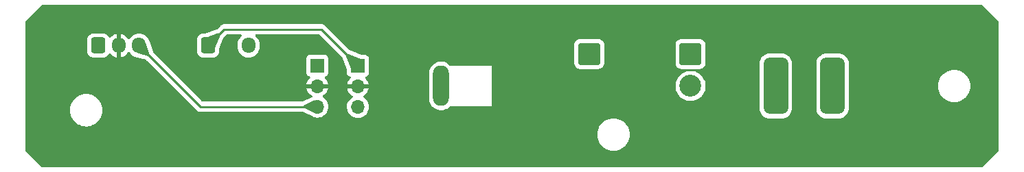
<source format=gbr>
%TF.GenerationSoftware,KiCad,Pcbnew,7.0.2*%
%TF.CreationDate,2023-05-14T11:04:53+02:00*%
%TF.ProjectId,Other-power,4f746865-722d-4706-9f77-65722e6b6963,rev?*%
%TF.SameCoordinates,Original*%
%TF.FileFunction,Copper,L2,Bot*%
%TF.FilePolarity,Positive*%
%FSLAX46Y46*%
G04 Gerber Fmt 4.6, Leading zero omitted, Abs format (unit mm)*
G04 Created by KiCad (PCBNEW 7.0.2) date 2023-05-14 11:04:53*
%MOMM*%
%LPD*%
G01*
G04 APERTURE LIST*
G04 Aperture macros list*
%AMRoundRect*
0 Rectangle with rounded corners*
0 $1 Rounding radius*
0 $2 $3 $4 $5 $6 $7 $8 $9 X,Y pos of 4 corners*
0 Add a 4 corners polygon primitive as box body*
4,1,4,$2,$3,$4,$5,$6,$7,$8,$9,$2,$3,0*
0 Add four circle primitives for the rounded corners*
1,1,$1+$1,$2,$3*
1,1,$1+$1,$4,$5*
1,1,$1+$1,$6,$7*
1,1,$1+$1,$8,$9*
0 Add four rect primitives between the rounded corners*
20,1,$1+$1,$2,$3,$4,$5,0*
20,1,$1+$1,$4,$5,$6,$7,0*
20,1,$1+$1,$6,$7,$8,$9,0*
20,1,$1+$1,$8,$9,$2,$3,0*%
G04 Aperture macros list end*
%TA.AperFunction,ComponentPad*%
%ADD10R,1.700000X1.700000*%
%TD*%
%TA.AperFunction,ComponentPad*%
%ADD11O,1.700000X1.700000*%
%TD*%
%TA.AperFunction,ComponentPad*%
%ADD12RoundRect,0.250001X-1.099999X1.099999X-1.099999X-1.099999X1.099999X-1.099999X1.099999X1.099999X0*%
%TD*%
%TA.AperFunction,ComponentPad*%
%ADD13C,2.700000*%
%TD*%
%TA.AperFunction,ComponentPad*%
%ADD14RoundRect,0.750000X-0.750000X-2.750000X0.750000X-2.750000X0.750000X2.750000X-0.750000X2.750000X0*%
%TD*%
%TA.AperFunction,ComponentPad*%
%ADD15RoundRect,0.250000X-0.600000X-0.725000X0.600000X-0.725000X0.600000X0.725000X-0.600000X0.725000X0*%
%TD*%
%TA.AperFunction,ComponentPad*%
%ADD16O,1.700000X1.950000*%
%TD*%
%TA.AperFunction,ComponentPad*%
%ADD17O,2.000000X5.000000*%
%TD*%
%TA.AperFunction,ComponentPad*%
%ADD18O,5.000000X2.000000*%
%TD*%
%TA.AperFunction,Conductor*%
%ADD19C,0.250000*%
%TD*%
G04 APERTURE END LIST*
D10*
%TO.P,J7,1,Pin_1*%
%TO.N,Net-(J6-Pin_1)*%
X111500000Y-57475000D03*
D11*
%TO.P,J7,2,Pin_2*%
%TO.N,GND*%
X111500000Y-60015000D03*
%TO.P,J7,3,Pin_3*%
%TO.N,Net-(J6-Pin_3)*%
X111500000Y-62555000D03*
%TD*%
D12*
%TO.P,J1,1,Pin_1*%
%TO.N,Net-(J1-Pin_1)*%
X157500000Y-56040000D03*
D13*
%TO.P,J1,2,Pin_2*%
%TO.N,Net-(J1-Pin_2)*%
X157500000Y-60000000D03*
%TD*%
D12*
%TO.P,J2,1,Pin_1*%
%TO.N,Net-(J2-Pin_1)*%
X145000000Y-56040000D03*
D13*
%TO.P,J2,2,Pin_2*%
%TO.N,GND*%
X145000000Y-60000000D03*
%TD*%
D14*
%TO.P,SW1,1,A*%
%TO.N,Net-(J1-Pin_1)*%
X168000000Y-60000000D03*
%TO.P,SW1,2,B*%
%TO.N,Net-(J1-Pin_2)*%
X175000000Y-60000000D03*
%TD*%
D15*
%TO.P,J4,1,Pin_1*%
%TO.N,Net-(J4-Pin_1)*%
X98000000Y-55000000D03*
D16*
%TO.P,J4,2,Pin_2*%
%TO.N,GND*%
X100500000Y-55000000D03*
%TO.P,J4,3,Pin_3*%
%TO.N,Net-(J4-Pin_3)*%
X103000000Y-55000000D03*
%TD*%
D15*
%TO.P,J6,1,Pin_1*%
%TO.N,Net-(J6-Pin_1)*%
X84500000Y-55000000D03*
D16*
%TO.P,J6,2,Pin_2*%
%TO.N,GND*%
X87000000Y-55000000D03*
%TO.P,J6,3,Pin_3*%
%TO.N,Net-(J6-Pin_3)*%
X89500000Y-55000000D03*
%TD*%
D10*
%TO.P,J5,1,Pin_1*%
%TO.N,Net-(J4-Pin_1)*%
X116500000Y-57500000D03*
D11*
%TO.P,J5,2,Pin_2*%
%TO.N,GND*%
X116500000Y-60040000D03*
%TO.P,J5,3,Pin_3*%
%TO.N,Net-(J4-Pin_3)*%
X116500000Y-62580000D03*
%TD*%
D17*
%TO.P,J8,1*%
%TO.N,Net-(J2-Pin_1)*%
X126750000Y-60000000D03*
D18*
%TO.P,J8,2*%
%TO.N,GND*%
X130500000Y-56250000D03*
D17*
%TO.P,J8,MP,MountPin*%
X134250000Y-60000000D03*
%TD*%
D19*
%TO.N,Net-(J4-Pin_1)*%
X112000000Y-53000000D02*
X116500000Y-57500000D01*
X98000000Y-55000000D02*
X100000000Y-53000000D01*
X100000000Y-53000000D02*
X112000000Y-53000000D01*
%TO.N,Net-(J6-Pin_3)*%
X97055000Y-62555000D02*
X111500000Y-62555000D01*
X89500000Y-55000000D02*
X97055000Y-62555000D01*
%TD*%
%TA.AperFunction,Conductor*%
%TO.N,Net-(J4-Pin_1)*%
G36*
X115144517Y-55963453D02*
G01*
X116841124Y-56645594D01*
X116847521Y-56651859D01*
X116847614Y-56660814D01*
X116847573Y-56660916D01*
X116502562Y-57496215D01*
X116496236Y-57502553D01*
X116496215Y-57502562D01*
X115660916Y-57847572D01*
X115651961Y-57847563D01*
X115645635Y-57841225D01*
X115645594Y-57841123D01*
X114963454Y-56144518D01*
X114963547Y-56135565D01*
X114966033Y-56131885D01*
X115131883Y-55966035D01*
X115140155Y-55962609D01*
X115144517Y-55963453D01*
G37*
%TD.AperFunction*%
%TD*%
%TA.AperFunction,Conductor*%
%TO.N,Net-(J4-Pin_1)*%
G36*
X99341518Y-53486654D02*
G01*
X99344673Y-53488902D01*
X99510849Y-53655078D01*
X99514276Y-53663351D01*
X99513462Y-53667639D01*
X98854359Y-55341014D01*
X98848139Y-55347455D01*
X98839185Y-55347612D01*
X98839006Y-55347540D01*
X98004861Y-55003006D01*
X97998523Y-54996680D01*
X97997931Y-54994836D01*
X97775299Y-54035262D01*
X97776767Y-54026429D01*
X97782873Y-54021560D01*
X99332579Y-53486116D01*
X99341518Y-53486654D01*
G37*
%TD.AperFunction*%
%TD*%
%TA.AperFunction,Conductor*%
%TO.N,Net-(J6-Pin_3)*%
G36*
X111179199Y-61780530D02*
G01*
X111179457Y-61781107D01*
X111499134Y-62550511D01*
X111499143Y-62559466D01*
X111499134Y-62559489D01*
X111179457Y-63328892D01*
X111173118Y-63335217D01*
X111164163Y-63335208D01*
X111163586Y-63334950D01*
X109806634Y-62683186D01*
X109800661Y-62676515D01*
X109800000Y-62672639D01*
X109800000Y-62437360D01*
X109803427Y-62429087D01*
X109806631Y-62426814D01*
X111163586Y-61775048D01*
X111172528Y-61774557D01*
X111179199Y-61780530D01*
G37*
%TD.AperFunction*%
%TD*%
%TA.AperFunction,Conductor*%
%TO.N,Net-(J6-Pin_3)*%
G36*
X90297395Y-54602744D02*
G01*
X90298036Y-54604243D01*
X90838127Y-56156831D01*
X90837609Y-56165771D01*
X90835350Y-56168948D01*
X90668658Y-56335640D01*
X90660385Y-56339067D01*
X90657110Y-56338599D01*
X89227931Y-55921938D01*
X89220948Y-55916333D01*
X89219974Y-55907431D01*
X89220004Y-55907328D01*
X89497843Y-55004006D01*
X89503550Y-54997108D01*
X89503582Y-54997091D01*
X90281644Y-54597677D01*
X90290568Y-54596949D01*
X90297395Y-54602744D01*
G37*
%TD.AperFunction*%
%TD*%
%TA.AperFunction,Conductor*%
%TO.N,GND*%
G36*
X193515469Y-50020185D02*
G01*
X193536111Y-50036819D01*
X195463181Y-51963888D01*
X195496666Y-52025211D01*
X195499500Y-52051569D01*
X195499500Y-67948430D01*
X195479815Y-68015469D01*
X195463181Y-68036111D01*
X193536111Y-69963181D01*
X193474788Y-69996666D01*
X193448430Y-69999500D01*
X77551569Y-69999500D01*
X77484530Y-69979815D01*
X77463888Y-69963181D01*
X75536819Y-68036111D01*
X75503334Y-67974788D01*
X75500500Y-67948430D01*
X75500500Y-66000000D01*
X145994389Y-66000000D01*
X146014804Y-66285429D01*
X146075629Y-66565041D01*
X146175634Y-66833163D01*
X146312772Y-67084313D01*
X146398517Y-67198854D01*
X146484261Y-67313395D01*
X146686605Y-67515739D01*
X146858415Y-67644354D01*
X146915686Y-67687227D01*
X147055435Y-67763535D01*
X147166839Y-67824367D01*
X147434954Y-67924369D01*
X147434957Y-67924369D01*
X147434958Y-67924370D01*
X147487217Y-67935738D01*
X147714572Y-67985196D01*
X148000000Y-68005610D01*
X148285428Y-67985196D01*
X148565046Y-67924369D01*
X148833161Y-67824367D01*
X149084315Y-67687226D01*
X149313395Y-67515739D01*
X149515739Y-67313395D01*
X149687226Y-67084315D01*
X149824367Y-66833161D01*
X149924369Y-66565046D01*
X149985196Y-66285428D01*
X150005610Y-66000000D01*
X149985196Y-65714572D01*
X149924369Y-65434954D01*
X149824367Y-65166839D01*
X149725182Y-64985196D01*
X149687227Y-64915686D01*
X149618865Y-64824365D01*
X149515739Y-64686605D01*
X149313395Y-64484261D01*
X149198855Y-64398517D01*
X149084313Y-64312772D01*
X148833163Y-64175634D01*
X148833162Y-64175633D01*
X148833161Y-64175633D01*
X148588329Y-64084315D01*
X148565041Y-64075629D01*
X148285429Y-64014804D01*
X148000000Y-63994389D01*
X147714570Y-64014804D01*
X147434958Y-64075629D01*
X147166836Y-64175634D01*
X146915686Y-64312772D01*
X146686602Y-64484263D01*
X146484263Y-64686602D01*
X146312772Y-64915686D01*
X146175634Y-65166836D01*
X146075629Y-65434958D01*
X146014804Y-65714570D01*
X145994389Y-66000000D01*
X75500500Y-66000000D01*
X75500500Y-63000000D01*
X80994389Y-63000000D01*
X81014804Y-63285429D01*
X81075629Y-63565041D01*
X81110347Y-63658123D01*
X81174044Y-63828902D01*
X81175634Y-63833163D01*
X81312772Y-64084313D01*
X81381134Y-64175633D01*
X81484261Y-64313395D01*
X81686605Y-64515739D01*
X81858414Y-64644354D01*
X81915686Y-64687227D01*
X82055435Y-64763535D01*
X82166839Y-64824367D01*
X82434954Y-64924369D01*
X82434957Y-64924369D01*
X82434958Y-64924370D01*
X82487217Y-64935738D01*
X82714572Y-64985196D01*
X83000000Y-65005610D01*
X83285428Y-64985196D01*
X83565046Y-64924369D01*
X83833161Y-64824367D01*
X84084315Y-64687226D01*
X84313395Y-64515739D01*
X84515739Y-64313395D01*
X84687226Y-64084315D01*
X84824367Y-63833161D01*
X84924369Y-63565046D01*
X84985196Y-63285428D01*
X85005610Y-63000000D01*
X84985196Y-62714572D01*
X84924369Y-62434954D01*
X84824367Y-62166839D01*
X84725182Y-61985196D01*
X84687227Y-61915686D01*
X84618865Y-61824365D01*
X84515739Y-61686605D01*
X84313395Y-61484261D01*
X84142983Y-61356692D01*
X84084313Y-61312772D01*
X83833163Y-61175634D01*
X83833162Y-61175633D01*
X83833161Y-61175633D01*
X83588329Y-61084315D01*
X83565041Y-61075629D01*
X83285429Y-61014804D01*
X83000000Y-60994389D01*
X82714570Y-61014804D01*
X82434958Y-61075629D01*
X82166836Y-61175634D01*
X81915686Y-61312772D01*
X81686602Y-61484263D01*
X81484263Y-61686602D01*
X81312772Y-61915686D01*
X81175634Y-62166836D01*
X81075629Y-62434958D01*
X81014804Y-62714570D01*
X80994389Y-63000000D01*
X75500500Y-63000000D01*
X75500500Y-55771878D01*
X83149500Y-55771878D01*
X83149501Y-55775008D01*
X83149820Y-55778140D01*
X83149821Y-55778141D01*
X83160000Y-55877796D01*
X83215186Y-56044334D01*
X83307288Y-56193657D01*
X83431342Y-56317711D01*
X83431344Y-56317712D01*
X83580666Y-56409814D01*
X83687891Y-56445345D01*
X83747202Y-56464999D01*
X83846858Y-56475180D01*
X83846859Y-56475180D01*
X83849991Y-56475500D01*
X85150008Y-56475499D01*
X85252797Y-56464999D01*
X85419334Y-56409814D01*
X85568656Y-56317712D01*
X85692712Y-56193656D01*
X85784814Y-56044334D01*
X85784814Y-56044331D01*
X85788448Y-56038441D01*
X85840395Y-55991716D01*
X85909358Y-55980493D01*
X85973440Y-56008336D01*
X85981668Y-56015856D01*
X86128918Y-56163106D01*
X86322423Y-56298600D01*
X86536509Y-56398430D01*
X86750000Y-56455634D01*
X86750000Y-55408018D01*
X86864801Y-55460446D01*
X86966025Y-55475000D01*
X87033975Y-55475000D01*
X87135199Y-55460446D01*
X87250000Y-55408018D01*
X87250000Y-56455633D01*
X87463490Y-56398430D01*
X87677578Y-56298599D01*
X87871078Y-56163109D01*
X88038109Y-55996078D01*
X88148119Y-55838968D01*
X88202696Y-55795343D01*
X88272194Y-55788149D01*
X88334549Y-55819672D01*
X88351268Y-55838966D01*
X88461505Y-55996401D01*
X88628599Y-56163495D01*
X88822170Y-56299035D01*
X89036337Y-56398903D01*
X89264592Y-56460063D01*
X89264598Y-56460063D01*
X89274326Y-56462670D01*
X89280690Y-56463863D01*
X90377393Y-56783595D01*
X90430367Y-56814958D01*
X96554196Y-62938787D01*
X96567096Y-62954888D01*
X96618223Y-63002900D01*
X96621020Y-63005611D01*
X96640529Y-63025120D01*
X96643709Y-63027587D01*
X96652571Y-63035155D01*
X96684418Y-63065062D01*
X96701970Y-63074711D01*
X96718238Y-63085397D01*
X96734064Y-63097673D01*
X96774146Y-63115017D01*
X96784633Y-63120155D01*
X96822907Y-63141197D01*
X96831410Y-63143379D01*
X96842308Y-63146178D01*
X96860713Y-63152478D01*
X96879104Y-63160437D01*
X96922250Y-63167270D01*
X96933668Y-63169635D01*
X96975981Y-63180500D01*
X96996016Y-63180500D01*
X97015415Y-63182027D01*
X97035196Y-63185160D01*
X97078674Y-63181050D01*
X97090344Y-63180500D01*
X109646251Y-63180500D01*
X109699938Y-63192725D01*
X110944724Y-63790614D01*
X110956301Y-63795982D01*
X110956312Y-63795986D01*
X110957245Y-63796419D01*
X110957822Y-63796677D01*
X110959766Y-63797394D01*
X110959770Y-63797396D01*
X110998099Y-63811540D01*
X111007558Y-63815483D01*
X111036337Y-63828903D01*
X111264592Y-63890063D01*
X111499999Y-63910659D01*
X111499999Y-63910658D01*
X111500000Y-63910659D01*
X111735408Y-63890063D01*
X111963663Y-63828903D01*
X112177830Y-63729035D01*
X112371401Y-63593495D01*
X112538495Y-63426401D01*
X112674035Y-63232830D01*
X112773903Y-63018663D01*
X112835063Y-62790408D01*
X112855659Y-62555000D01*
X112835063Y-62319592D01*
X112773903Y-62091337D01*
X112674035Y-61877171D01*
X112538495Y-61683599D01*
X112371401Y-61516505D01*
X112185402Y-61386267D01*
X112141780Y-61331692D01*
X112134587Y-61262193D01*
X112166109Y-61199839D01*
X112185405Y-61183119D01*
X112371078Y-61053109D01*
X112538106Y-60886081D01*
X112673600Y-60692576D01*
X112773430Y-60478492D01*
X112830636Y-60265000D01*
X111933686Y-60265000D01*
X111959493Y-60224844D01*
X112000000Y-60086889D01*
X112000000Y-59943111D01*
X111959493Y-59805156D01*
X111933686Y-59765000D01*
X112830636Y-59765000D01*
X112830635Y-59764999D01*
X112773430Y-59551507D01*
X112673599Y-59337421D01*
X112538109Y-59143921D01*
X112416053Y-59021865D01*
X112382568Y-58960542D01*
X112387552Y-58890850D01*
X112429424Y-58834917D01*
X112460397Y-58818004D01*
X112592331Y-58768796D01*
X112707546Y-58682546D01*
X112793796Y-58567331D01*
X112844091Y-58432483D01*
X112850500Y-58372873D01*
X112850499Y-56577128D01*
X112844091Y-56517517D01*
X112793796Y-56382669D01*
X112707546Y-56267454D01*
X112592331Y-56181204D01*
X112457483Y-56130909D01*
X112397873Y-56124500D01*
X112394550Y-56124500D01*
X110605439Y-56124500D01*
X110605420Y-56124500D01*
X110602128Y-56124501D01*
X110598848Y-56124853D01*
X110598840Y-56124854D01*
X110542515Y-56130909D01*
X110407669Y-56181204D01*
X110292454Y-56267454D01*
X110206204Y-56382668D01*
X110155910Y-56517515D01*
X110155909Y-56517517D01*
X110149500Y-56577127D01*
X110149500Y-56580448D01*
X110149500Y-56580449D01*
X110149500Y-58369560D01*
X110149500Y-58369578D01*
X110149501Y-58372872D01*
X110149853Y-58376152D01*
X110149854Y-58376159D01*
X110155909Y-58432484D01*
X110158900Y-58440503D01*
X110206204Y-58567331D01*
X110292454Y-58682546D01*
X110407669Y-58768796D01*
X110539598Y-58818002D01*
X110595532Y-58859873D01*
X110619949Y-58925337D01*
X110605097Y-58993610D01*
X110583947Y-59021865D01*
X110461888Y-59143924D01*
X110326400Y-59337421D01*
X110226569Y-59551507D01*
X110169364Y-59764999D01*
X110169364Y-59765000D01*
X111066314Y-59765000D01*
X111040507Y-59805156D01*
X111000000Y-59943111D01*
X111000000Y-60086889D01*
X111040507Y-60224844D01*
X111066314Y-60265000D01*
X110169364Y-60265000D01*
X110226569Y-60478492D01*
X110326399Y-60692576D01*
X110461893Y-60886081D01*
X110628918Y-61053106D01*
X110809336Y-61179437D01*
X110852961Y-61234014D01*
X110860153Y-61303513D01*
X110828631Y-61365867D01*
X110791899Y-61392787D01*
X109699935Y-61917275D01*
X109646248Y-61929500D01*
X97365453Y-61929500D01*
X97298414Y-61909815D01*
X97277772Y-61893181D01*
X91303776Y-55919185D01*
X91274341Y-55872245D01*
X91250194Y-55802829D01*
X91239427Y-55771878D01*
X96649500Y-55771878D01*
X96649501Y-55775008D01*
X96649820Y-55778140D01*
X96649821Y-55778141D01*
X96660000Y-55877796D01*
X96715186Y-56044334D01*
X96807288Y-56193657D01*
X96931342Y-56317711D01*
X96931344Y-56317712D01*
X97080666Y-56409814D01*
X97187891Y-56445345D01*
X97247202Y-56464999D01*
X97346858Y-56475180D01*
X97346859Y-56475180D01*
X97349991Y-56475500D01*
X98650008Y-56475499D01*
X98752797Y-56464999D01*
X98919334Y-56409814D01*
X99068656Y-56317712D01*
X99192712Y-56193656D01*
X99284814Y-56044334D01*
X99339999Y-55877797D01*
X99350500Y-55775009D01*
X99350499Y-55484280D01*
X99359126Y-55438838D01*
X99576538Y-54886859D01*
X99943212Y-53955921D01*
X99970899Y-53913690D01*
X100222773Y-53661816D01*
X100284095Y-53628334D01*
X100310453Y-53625500D01*
X102040242Y-53625500D01*
X102107281Y-53645185D01*
X102153036Y-53697989D01*
X102162980Y-53767147D01*
X102133955Y-53830703D01*
X102127923Y-53837181D01*
X101961505Y-54003598D01*
X101825965Y-54197170D01*
X101726097Y-54411336D01*
X101664936Y-54639592D01*
X101652022Y-54787203D01*
X101649500Y-54816034D01*
X101649500Y-55183966D01*
X101649735Y-55186659D01*
X101649736Y-55186667D01*
X101664936Y-55360407D01*
X101711661Y-55534786D01*
X101726097Y-55588663D01*
X101825965Y-55802829D01*
X101961505Y-55996401D01*
X102128599Y-56163495D01*
X102322170Y-56299035D01*
X102536337Y-56398903D01*
X102764592Y-56460063D01*
X103000000Y-56480659D01*
X103235408Y-56460063D01*
X103463663Y-56398903D01*
X103677829Y-56299035D01*
X103871401Y-56163495D01*
X104038495Y-55996401D01*
X104174035Y-55802829D01*
X104273903Y-55588663D01*
X104335063Y-55360408D01*
X104350500Y-55183966D01*
X104350500Y-54816034D01*
X104335063Y-54639592D01*
X104273903Y-54411337D01*
X104174035Y-54197171D01*
X104038495Y-54003599D01*
X103872077Y-53837181D01*
X103838592Y-53775858D01*
X103843576Y-53706166D01*
X103885448Y-53650233D01*
X103950912Y-53625816D01*
X103959758Y-53625500D01*
X111689548Y-53625500D01*
X111756587Y-53645185D01*
X111777229Y-53661819D01*
X114507419Y-56392010D01*
X114534787Y-56433434D01*
X115140549Y-57940072D01*
X115149500Y-57986329D01*
X115149500Y-58394560D01*
X115149500Y-58394578D01*
X115149501Y-58397872D01*
X115149853Y-58401152D01*
X115149854Y-58401159D01*
X115155909Y-58457484D01*
X115165897Y-58484263D01*
X115206204Y-58592331D01*
X115292454Y-58707546D01*
X115407669Y-58793796D01*
X115539598Y-58843002D01*
X115595532Y-58884873D01*
X115619949Y-58950337D01*
X115605097Y-59018610D01*
X115583947Y-59046865D01*
X115461888Y-59168924D01*
X115326400Y-59362421D01*
X115226569Y-59576507D01*
X115169364Y-59789999D01*
X115169364Y-59790000D01*
X116066314Y-59790000D01*
X116040507Y-59830156D01*
X116000000Y-59968111D01*
X116000000Y-60111889D01*
X116040507Y-60249844D01*
X116066314Y-60290000D01*
X115169364Y-60290000D01*
X115226569Y-60503492D01*
X115326399Y-60717576D01*
X115461893Y-60911081D01*
X115628918Y-61078106D01*
X115814595Y-61208119D01*
X115858219Y-61262696D01*
X115865412Y-61332195D01*
X115833890Y-61394549D01*
X115814595Y-61411269D01*
X115628595Y-61541508D01*
X115461505Y-61708598D01*
X115325965Y-61902170D01*
X115226097Y-62116336D01*
X115164936Y-62344592D01*
X115144340Y-62579999D01*
X115164936Y-62815407D01*
X115181930Y-62878828D01*
X115226097Y-63043663D01*
X115325965Y-63257830D01*
X115461505Y-63451401D01*
X115628599Y-63618495D01*
X115822170Y-63754035D01*
X116036337Y-63853903D01*
X116264592Y-63915063D01*
X116500000Y-63935659D01*
X116735408Y-63915063D01*
X116963663Y-63853903D01*
X117177830Y-63754035D01*
X117371401Y-63618495D01*
X117538495Y-63451401D01*
X117674035Y-63257830D01*
X117773903Y-63043663D01*
X117835063Y-62815408D01*
X117855659Y-62580000D01*
X117843119Y-62436676D01*
X117835063Y-62344592D01*
X117788115Y-62169378D01*
X117773903Y-62116337D01*
X117674035Y-61902171D01*
X117538495Y-61708599D01*
X117391963Y-61562067D01*
X125249500Y-61562067D01*
X125264892Y-61747821D01*
X125325937Y-61988881D01*
X125330595Y-61999500D01*
X125425825Y-62216604D01*
X125425827Y-62216607D01*
X125561836Y-62424785D01*
X125730256Y-62607738D01*
X125730259Y-62607740D01*
X125926485Y-62760470D01*
X125926487Y-62760471D01*
X125926491Y-62760474D01*
X126145190Y-62878828D01*
X126380386Y-62959571D01*
X126625665Y-63000500D01*
X126874335Y-63000500D01*
X127119614Y-62959571D01*
X127354810Y-62878828D01*
X127478676Y-62811795D01*
X165999500Y-62811795D01*
X165999501Y-62814216D01*
X165999691Y-62816635D01*
X165999692Y-62816651D01*
X166009904Y-62946416D01*
X166064902Y-63164681D01*
X166157992Y-63369625D01*
X166286180Y-63554654D01*
X166445345Y-63713819D01*
X166630374Y-63842007D01*
X166835318Y-63935097D01*
X167053583Y-63990095D01*
X167053584Y-63990095D01*
X167053588Y-63990096D01*
X167185783Y-64000500D01*
X168814216Y-64000499D01*
X168946412Y-63990096D01*
X168946416Y-63990095D01*
X169164681Y-63935097D01*
X169218483Y-63910659D01*
X169369626Y-63842007D01*
X169554654Y-63713819D01*
X169713819Y-63554654D01*
X169842007Y-63369626D01*
X169935096Y-63164683D01*
X169936167Y-63160436D01*
X169990095Y-62946416D01*
X169990095Y-62946415D01*
X169990096Y-62946412D01*
X170000500Y-62814217D01*
X170000500Y-62811795D01*
X172999500Y-62811795D01*
X172999501Y-62814216D01*
X172999691Y-62816635D01*
X172999692Y-62816651D01*
X173009904Y-62946416D01*
X173064902Y-63164681D01*
X173157992Y-63369625D01*
X173286180Y-63554654D01*
X173445345Y-63713819D01*
X173630374Y-63842007D01*
X173835318Y-63935097D01*
X174053583Y-63990095D01*
X174053584Y-63990095D01*
X174053588Y-63990096D01*
X174185783Y-64000500D01*
X175814216Y-64000499D01*
X175946412Y-63990096D01*
X175946416Y-63990095D01*
X176164681Y-63935097D01*
X176218483Y-63910659D01*
X176369626Y-63842007D01*
X176554654Y-63713819D01*
X176713819Y-63554654D01*
X176842007Y-63369626D01*
X176935096Y-63164683D01*
X176936167Y-63160436D01*
X176990095Y-62946416D01*
X176990095Y-62946415D01*
X176990096Y-62946412D01*
X177000500Y-62814217D01*
X177000499Y-60000000D01*
X187994389Y-60000000D01*
X188014804Y-60285429D01*
X188075629Y-60565041D01*
X188175634Y-60833163D01*
X188312772Y-61084313D01*
X188381134Y-61175633D01*
X188484261Y-61313395D01*
X188686605Y-61515739D01*
X188751888Y-61564609D01*
X188915686Y-61687227D01*
X189026656Y-61747821D01*
X189166839Y-61824367D01*
X189434954Y-61924369D01*
X189434957Y-61924369D01*
X189434958Y-61924370D01*
X189458541Y-61929500D01*
X189714572Y-61985196D01*
X190000000Y-62005610D01*
X190285428Y-61985196D01*
X190565046Y-61924369D01*
X190833161Y-61824367D01*
X191084315Y-61687226D01*
X191313395Y-61515739D01*
X191515739Y-61313395D01*
X191687226Y-61084315D01*
X191824367Y-60833161D01*
X191924369Y-60565046D01*
X191985196Y-60285428D01*
X192005610Y-60000000D01*
X191985196Y-59714572D01*
X191924369Y-59434954D01*
X191824367Y-59166839D01*
X191731622Y-58996989D01*
X191687227Y-58915686D01*
X191577266Y-58768796D01*
X191515739Y-58686605D01*
X191313395Y-58484261D01*
X191164597Y-58372872D01*
X191084313Y-58312772D01*
X190833163Y-58175634D01*
X190833162Y-58175633D01*
X190833161Y-58175633D01*
X190658123Y-58110347D01*
X190565041Y-58075629D01*
X190285429Y-58014804D01*
X190000000Y-57994389D01*
X189714570Y-58014804D01*
X189434958Y-58075629D01*
X189166836Y-58175634D01*
X188915686Y-58312772D01*
X188686602Y-58484263D01*
X188484263Y-58686602D01*
X188312772Y-58915686D01*
X188175634Y-59166836D01*
X188075629Y-59434958D01*
X188014804Y-59714570D01*
X187994389Y-60000000D01*
X177000499Y-60000000D01*
X177000499Y-57185784D01*
X176990096Y-57053588D01*
X176976467Y-56999500D01*
X176935097Y-56835318D01*
X176842007Y-56630374D01*
X176713819Y-56445345D01*
X176554654Y-56286180D01*
X176369625Y-56157992D01*
X176164681Y-56064902D01*
X175946416Y-56009904D01*
X175816651Y-55999691D01*
X175816636Y-55999690D01*
X175814217Y-55999500D01*
X175811771Y-55999500D01*
X174188229Y-55999500D01*
X174188203Y-55999500D01*
X174185784Y-55999501D01*
X174183365Y-55999691D01*
X174183348Y-55999692D01*
X174053583Y-56009904D01*
X173835318Y-56064902D01*
X173630374Y-56157992D01*
X173445345Y-56286180D01*
X173286180Y-56445345D01*
X173157992Y-56630374D01*
X173064902Y-56835318D01*
X173009904Y-57053583D01*
X172999691Y-57183348D01*
X172999690Y-57183364D01*
X172999500Y-57185783D01*
X172999500Y-57188227D01*
X172999500Y-57188228D01*
X172999500Y-62811770D01*
X172999500Y-62811795D01*
X170000500Y-62811795D01*
X170000499Y-57185784D01*
X169990096Y-57053588D01*
X169976467Y-56999500D01*
X169935097Y-56835318D01*
X169842007Y-56630374D01*
X169713819Y-56445345D01*
X169554654Y-56286180D01*
X169369625Y-56157992D01*
X169164681Y-56064902D01*
X168946416Y-56009904D01*
X168816651Y-55999691D01*
X168816636Y-55999690D01*
X168814217Y-55999500D01*
X168811771Y-55999500D01*
X167188229Y-55999500D01*
X167188203Y-55999500D01*
X167185784Y-55999501D01*
X167183365Y-55999691D01*
X167183348Y-55999692D01*
X167053583Y-56009904D01*
X166835318Y-56064902D01*
X166630374Y-56157992D01*
X166445345Y-56286180D01*
X166286180Y-56445345D01*
X166157992Y-56630374D01*
X166064902Y-56835318D01*
X166009904Y-57053583D01*
X165999691Y-57183348D01*
X165999690Y-57183364D01*
X165999500Y-57185783D01*
X165999500Y-57188227D01*
X165999500Y-57188228D01*
X165999500Y-62811770D01*
X165999500Y-62811795D01*
X127478676Y-62811795D01*
X127573509Y-62760474D01*
X127769744Y-62607738D01*
X127844225Y-62526829D01*
X127904108Y-62490841D01*
X127973946Y-62492940D01*
X127985447Y-62500000D01*
X128000000Y-62500000D01*
X133000000Y-62500000D01*
X133000000Y-60000000D01*
X155644772Y-60000000D01*
X155663657Y-60264027D01*
X155719921Y-60522673D01*
X155719923Y-60522678D01*
X155812426Y-60770689D01*
X155812428Y-60770692D01*
X155939282Y-61003009D01*
X156000146Y-61084313D01*
X156097913Y-61214915D01*
X156285085Y-61402087D01*
X156394857Y-61484261D01*
X156496990Y-61560717D01*
X156504118Y-61564609D01*
X156729311Y-61687574D01*
X156977322Y-61780077D01*
X156977325Y-61780077D01*
X156977326Y-61780078D01*
X157025667Y-61790593D01*
X157235974Y-61836343D01*
X157500000Y-61855227D01*
X157764026Y-61836343D01*
X158022678Y-61780077D01*
X158270689Y-61687574D01*
X158503011Y-61560716D01*
X158714915Y-61402087D01*
X158902087Y-61214915D01*
X159060716Y-61003011D01*
X159187574Y-60770689D01*
X159280077Y-60522678D01*
X159336343Y-60264026D01*
X159355227Y-60000000D01*
X159336343Y-59735974D01*
X159280077Y-59477322D01*
X159187574Y-59229311D01*
X159106068Y-59080045D01*
X159060717Y-58996990D01*
X158999853Y-58915685D01*
X158902087Y-58785085D01*
X158714915Y-58597913D01*
X158608962Y-58518598D01*
X158503009Y-58439282D01*
X158271326Y-58312774D01*
X158270689Y-58312426D01*
X158022678Y-58219923D01*
X158022673Y-58219921D01*
X157764027Y-58163657D01*
X157499999Y-58144772D01*
X157235972Y-58163657D01*
X156977326Y-58219921D01*
X156890845Y-58252177D01*
X156729311Y-58312426D01*
X156729308Y-58312427D01*
X156729307Y-58312428D01*
X156496990Y-58439282D01*
X156285082Y-58597915D01*
X156097915Y-58785082D01*
X155939282Y-58996990D01*
X155845152Y-59169378D01*
X155812426Y-59229311D01*
X155772103Y-59337421D01*
X155719921Y-59477326D01*
X155663657Y-59735972D01*
X155644772Y-60000000D01*
X133000000Y-60000000D01*
X133000000Y-57500000D01*
X128000000Y-57500000D01*
X127980766Y-57500000D01*
X127961806Y-57510352D01*
X127892114Y-57505365D01*
X127844222Y-57473167D01*
X127769743Y-57392261D01*
X127573514Y-57239529D01*
X127573510Y-57239526D01*
X127573509Y-57239526D01*
X127482008Y-57190008D01*
X143149500Y-57190008D01*
X143149818Y-57193121D01*
X143149819Y-57193140D01*
X143160000Y-57292797D01*
X143215186Y-57459336D01*
X143307288Y-57608655D01*
X143431344Y-57732711D01*
X143580663Y-57824813D01*
X143747202Y-57879999D01*
X143846859Y-57890180D01*
X143846860Y-57890180D01*
X143849992Y-57890500D01*
X143853141Y-57890500D01*
X146146859Y-57890500D01*
X146150008Y-57890500D01*
X146252797Y-57879999D01*
X146419334Y-57824814D01*
X146486488Y-57783393D01*
X146568655Y-57732711D01*
X146692711Y-57608655D01*
X146784813Y-57459336D01*
X146807040Y-57392262D01*
X146839999Y-57292797D01*
X146850500Y-57190008D01*
X155649500Y-57190008D01*
X155649818Y-57193121D01*
X155649819Y-57193140D01*
X155660000Y-57292797D01*
X155715186Y-57459336D01*
X155807288Y-57608655D01*
X155931344Y-57732711D01*
X156080663Y-57824813D01*
X156247202Y-57879999D01*
X156346859Y-57890180D01*
X156346860Y-57890180D01*
X156349992Y-57890500D01*
X156353141Y-57890500D01*
X158646859Y-57890500D01*
X158650008Y-57890500D01*
X158752797Y-57879999D01*
X158919334Y-57824814D01*
X158986488Y-57783393D01*
X159068655Y-57732711D01*
X159192711Y-57608655D01*
X159284813Y-57459336D01*
X159307040Y-57392262D01*
X159339999Y-57292797D01*
X159350500Y-57190008D01*
X159350500Y-54889992D01*
X159339999Y-54787203D01*
X159284814Y-54620666D01*
X159284813Y-54620665D01*
X159284813Y-54620663D01*
X159192711Y-54471344D01*
X159068655Y-54347288D01*
X158919336Y-54255186D01*
X158752797Y-54200000D01*
X158653140Y-54189819D01*
X158653121Y-54189818D01*
X158650008Y-54189500D01*
X156349992Y-54189500D01*
X156346879Y-54189817D01*
X156346859Y-54189819D01*
X156247202Y-54200000D01*
X156080663Y-54255186D01*
X155931344Y-54347288D01*
X155807288Y-54471344D01*
X155715186Y-54620663D01*
X155660000Y-54787202D01*
X155649819Y-54886859D01*
X155649817Y-54886879D01*
X155649500Y-54889992D01*
X155649500Y-57190008D01*
X146850500Y-57190008D01*
X146850500Y-54889992D01*
X146839999Y-54787203D01*
X146784814Y-54620666D01*
X146784813Y-54620665D01*
X146784813Y-54620663D01*
X146692711Y-54471344D01*
X146568655Y-54347288D01*
X146419336Y-54255186D01*
X146252797Y-54200000D01*
X146153140Y-54189819D01*
X146153121Y-54189818D01*
X146150008Y-54189500D01*
X143849992Y-54189500D01*
X143846879Y-54189817D01*
X143846859Y-54189819D01*
X143747202Y-54200000D01*
X143580663Y-54255186D01*
X143431344Y-54347288D01*
X143307288Y-54471344D01*
X143215186Y-54620663D01*
X143160000Y-54787202D01*
X143149819Y-54886859D01*
X143149817Y-54886879D01*
X143149500Y-54889992D01*
X143149500Y-57190008D01*
X127482008Y-57190008D01*
X127354810Y-57121172D01*
X127354806Y-57121170D01*
X127354805Y-57121170D01*
X127119615Y-57040429D01*
X126874335Y-56999500D01*
X126625665Y-56999500D01*
X126380384Y-57040429D01*
X126145194Y-57121170D01*
X125926485Y-57239529D01*
X125730259Y-57392259D01*
X125730256Y-57392261D01*
X125730256Y-57392262D01*
X125621547Y-57510352D01*
X125561837Y-57575214D01*
X125425825Y-57783395D01*
X125378845Y-57890500D01*
X125325937Y-58011119D01*
X125309601Y-58075629D01*
X125264892Y-58252177D01*
X125264891Y-58252179D01*
X125264892Y-58252179D01*
X125249500Y-58437933D01*
X125249500Y-61562067D01*
X117391963Y-61562067D01*
X117371401Y-61541505D01*
X117185402Y-61411267D01*
X117141780Y-61356692D01*
X117134587Y-61287193D01*
X117166109Y-61224839D01*
X117185405Y-61208119D01*
X117371078Y-61078109D01*
X117538106Y-60911081D01*
X117673600Y-60717576D01*
X117773430Y-60503492D01*
X117830636Y-60290000D01*
X116933686Y-60290000D01*
X116959493Y-60249844D01*
X117000000Y-60111889D01*
X117000000Y-59968111D01*
X116959493Y-59830156D01*
X116933686Y-59790000D01*
X117830636Y-59790000D01*
X117830635Y-59789999D01*
X117773430Y-59576507D01*
X117673599Y-59362421D01*
X117538109Y-59168921D01*
X117416053Y-59046865D01*
X117382568Y-58985542D01*
X117387552Y-58915850D01*
X117429424Y-58859917D01*
X117460397Y-58843004D01*
X117592331Y-58793796D01*
X117707546Y-58707546D01*
X117793796Y-58592331D01*
X117844091Y-58457483D01*
X117850500Y-58397873D01*
X117850499Y-56602128D01*
X117844091Y-56542517D01*
X117793796Y-56407669D01*
X117707546Y-56292454D01*
X117592331Y-56206204D01*
X117457483Y-56155909D01*
X117397873Y-56149500D01*
X117394551Y-56149500D01*
X116986329Y-56149500D01*
X116940072Y-56140549D01*
X116900155Y-56124500D01*
X116272752Y-55872245D01*
X115433432Y-55534786D01*
X115392008Y-55507418D01*
X112500802Y-52616211D01*
X112487906Y-52600113D01*
X112436775Y-52552098D01*
X112433978Y-52549387D01*
X112417227Y-52532636D01*
X112414471Y-52529880D01*
X112411290Y-52527412D01*
X112402422Y-52519837D01*
X112370582Y-52489938D01*
X112353024Y-52480285D01*
X112336764Y-52469604D01*
X112320936Y-52457327D01*
X112280851Y-52439980D01*
X112270361Y-52434841D01*
X112232091Y-52413802D01*
X112212691Y-52408821D01*
X112194284Y-52402519D01*
X112175897Y-52394562D01*
X112132758Y-52387729D01*
X112121324Y-52385361D01*
X112079019Y-52374500D01*
X112058984Y-52374500D01*
X112039586Y-52372973D01*
X112032162Y-52371797D01*
X112019805Y-52369840D01*
X112019804Y-52369840D01*
X111993484Y-52372328D01*
X111976325Y-52373950D01*
X111964656Y-52374500D01*
X100082741Y-52374500D01*
X100062237Y-52372236D01*
X99992145Y-52374439D01*
X99988251Y-52374500D01*
X99960650Y-52374500D01*
X99956799Y-52374986D01*
X99956768Y-52374988D01*
X99956640Y-52375005D01*
X99945028Y-52375918D01*
X99901368Y-52377290D01*
X99882128Y-52382880D01*
X99863081Y-52386825D01*
X99843209Y-52389335D01*
X99802599Y-52405413D01*
X99791554Y-52409194D01*
X99749611Y-52421380D01*
X99732369Y-52431578D01*
X99714897Y-52440138D01*
X99696266Y-52447514D01*
X99660938Y-52473181D01*
X99651180Y-52479591D01*
X99613579Y-52501829D01*
X99599410Y-52515998D01*
X99584622Y-52528628D01*
X99568413Y-52540405D01*
X99540572Y-52574058D01*
X99532711Y-52582696D01*
X99095374Y-53020033D01*
X99048188Y-53049553D01*
X97693253Y-53517701D01*
X97652758Y-53524500D01*
X97353141Y-53524500D01*
X97353121Y-53524500D01*
X97349992Y-53524501D01*
X97346860Y-53524820D01*
X97346858Y-53524821D01*
X97247203Y-53535000D01*
X97080665Y-53590186D01*
X96931342Y-53682288D01*
X96807288Y-53806342D01*
X96715186Y-53955665D01*
X96660000Y-54122202D01*
X96649819Y-54221858D01*
X96649817Y-54221878D01*
X96649500Y-54224991D01*
X96649500Y-54228138D01*
X96649500Y-54228139D01*
X96649500Y-55771859D01*
X96649500Y-55771878D01*
X91239427Y-55771878D01*
X90801404Y-54512704D01*
X90798749Y-54504067D01*
X90789981Y-54471345D01*
X90773903Y-54411337D01*
X90674035Y-54197171D01*
X90538495Y-54003599D01*
X90371401Y-53836505D01*
X90177830Y-53700965D01*
X89963663Y-53601097D01*
X89902501Y-53584709D01*
X89735407Y-53539936D01*
X89500000Y-53519340D01*
X89264592Y-53539936D01*
X89036336Y-53601097D01*
X88822170Y-53700965D01*
X88628598Y-53836505D01*
X88461508Y-54003595D01*
X88351269Y-54161033D01*
X88296692Y-54204657D01*
X88227193Y-54211850D01*
X88164839Y-54180328D01*
X88148119Y-54161032D01*
X88038109Y-54003921D01*
X87871081Y-53836893D01*
X87677576Y-53701399D01*
X87463492Y-53601569D01*
X87250000Y-53544364D01*
X87250000Y-54591981D01*
X87135199Y-54539554D01*
X87033975Y-54525000D01*
X86966025Y-54525000D01*
X86864801Y-54539554D01*
X86750000Y-54591981D01*
X86750000Y-53544364D01*
X86749999Y-53544364D01*
X86536507Y-53601569D01*
X86322421Y-53701400D01*
X86128924Y-53836888D01*
X85981668Y-53984144D01*
X85920345Y-54017628D01*
X85850653Y-54012644D01*
X85794720Y-53970772D01*
X85788448Y-53961558D01*
X85692711Y-53806342D01*
X85568657Y-53682288D01*
X85419334Y-53590186D01*
X85252797Y-53535000D01*
X85153141Y-53524819D01*
X85153122Y-53524818D01*
X85150009Y-53524500D01*
X85146860Y-53524500D01*
X83853140Y-53524500D01*
X83853120Y-53524500D01*
X83849992Y-53524501D01*
X83846860Y-53524820D01*
X83846858Y-53524821D01*
X83747203Y-53535000D01*
X83580665Y-53590186D01*
X83431342Y-53682288D01*
X83307288Y-53806342D01*
X83215186Y-53955665D01*
X83160000Y-54122202D01*
X83149819Y-54221858D01*
X83149817Y-54221878D01*
X83149500Y-54224991D01*
X83149500Y-54228138D01*
X83149500Y-54228139D01*
X83149500Y-55771859D01*
X83149500Y-55771878D01*
X75500500Y-55771878D01*
X75500500Y-52051568D01*
X75520185Y-51984529D01*
X75536814Y-51963892D01*
X77463888Y-50036818D01*
X77525211Y-50003334D01*
X77551569Y-50000500D01*
X193448430Y-50000500D01*
X193515469Y-50020185D01*
G37*
%TD.AperFunction*%
%TD*%
M02*

</source>
